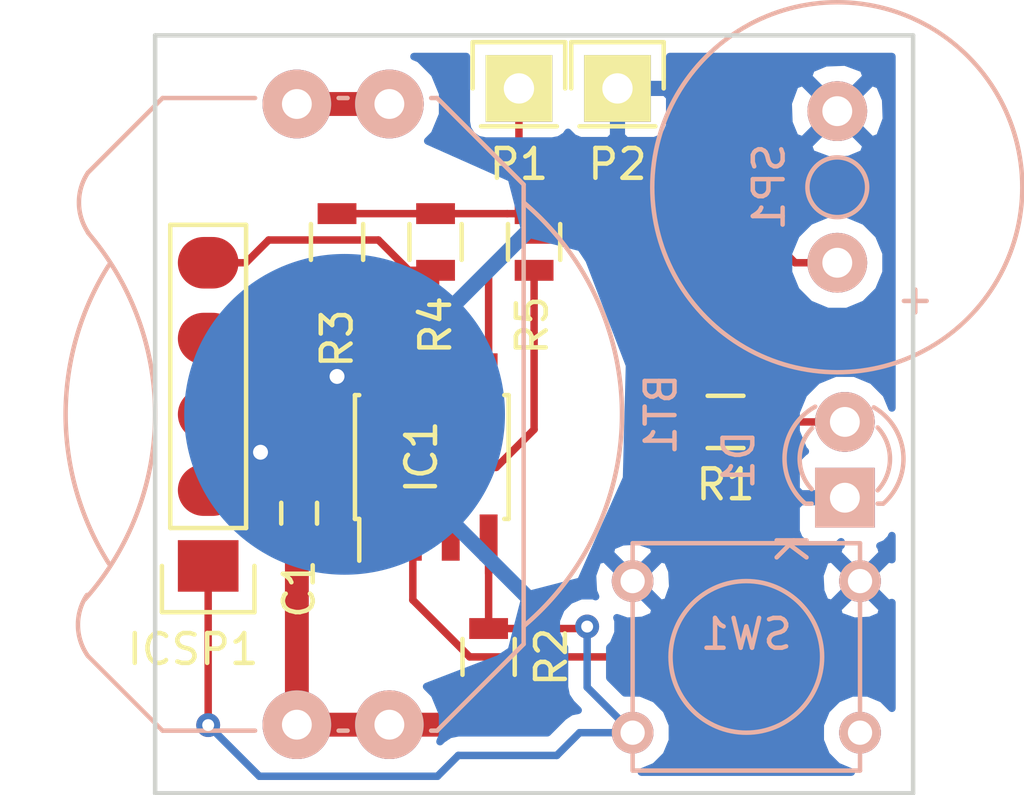
<source format=kicad_pcb>
(kicad_pcb (version 4) (host pcbnew "(2015-11-17 BZR 6321)-product")

  (general
    (links 30)
    (no_connects 3)
    (area 192.964999 91.364999 218.515001 116.915001)
    (thickness 1.6)
    (drawings 4)
    (tracks 72)
    (zones 0)
    (modules 14)
    (nets 11)
  )

  (page A4)
  (layers
    (0 F.Cu signal)
    (31 B.Cu signal)
    (32 B.Adhes user)
    (33 F.Adhes user)
    (34 B.Paste user)
    (35 F.Paste user)
    (36 B.SilkS user)
    (37 F.SilkS user)
    (38 B.Mask user)
    (39 F.Mask user)
    (40 Dwgs.User user)
    (41 Cmts.User user)
    (42 Eco1.User user)
    (43 Eco2.User user)
    (44 Edge.Cuts user)
    (45 Margin user)
    (46 B.CrtYd user)
    (47 F.CrtYd user)
    (48 B.Fab user)
    (49 F.Fab user hide)
  )

  (setup
    (last_trace_width 0.25)
    (trace_clearance 0.2)
    (zone_clearance 0.508)
    (zone_45_only no)
    (trace_min 0.2)
    (segment_width 0.2)
    (edge_width 0.15)
    (via_size 0.6)
    (via_drill 0.4)
    (via_min_size 0.508)
    (via_min_drill 0.3302)
    (uvia_size 0.3)
    (uvia_drill 0.1)
    (uvias_allowed no)
    (uvia_min_size 0.2)
    (uvia_min_drill 0.1)
    (pcb_text_width 0.3)
    (pcb_text_size 1.5 1.5)
    (mod_edge_width 0.15)
    (mod_text_size 1 1)
    (mod_text_width 0.15)
    (pad_size 10.75 10.75)
    (pad_drill 0)
    (pad_to_mask_clearance 0.2)
    (aux_axis_origin 0 0)
    (visible_elements FFFFFF7F)
    (pcbplotparams
      (layerselection 0x00030_80000001)
      (usegerberextensions false)
      (excludeedgelayer true)
      (linewidth 0.100000)
      (plotframeref false)
      (viasonmask false)
      (mode 1)
      (useauxorigin false)
      (hpglpennumber 1)
      (hpglpenspeed 20)
      (hpglpendiameter 15)
      (hpglpenoverlay 2)
      (psnegative false)
      (psa4output false)
      (plotreference true)
      (plotvalue true)
      (plotinvisibletext false)
      (padsonsilk false)
      (subtractmaskfromsilk false)
      (outputformat 1)
      (mirror false)
      (drillshape 1)
      (scaleselection 1)
      (outputdirectory ""))
  )

  (net 0 "")
  (net 1 "Net-(BT1-Pad1)")
  (net 2 "Net-(BT1-Pad2)")
  (net 3 "Net-(D1-Pad2)")
  (net 4 "Net-(IC1-Pad2)")
  (net 5 "Net-(IC1-Pad3)")
  (net 6 "Net-(IC1-Pad4)")
  (net 7 "Net-(IC1-Pad5)")
  (net 8 "Net-(IC1-Pad6)")
  (net 9 "Net-(IC1-Pad7)")
  (net 10 "Net-(P1-Pad1)")

  (net_class Default "This is the default net class."
    (clearance 0.2)
    (trace_width 0.25)
    (via_dia 0.6)
    (via_drill 0.4)
    (uvia_dia 0.3)
    (uvia_drill 0.1)
    (add_net "Net-(D1-Pad2)")
    (add_net "Net-(IC1-Pad2)")
    (add_net "Net-(IC1-Pad3)")
    (add_net "Net-(IC1-Pad4)")
    (add_net "Net-(IC1-Pad5)")
    (add_net "Net-(IC1-Pad6)")
    (add_net "Net-(IC1-Pad7)")
    (add_net "Net-(P1-Pad1)")
  )

  (net_class Power ""
    (clearance 0.2)
    (trace_width 0.8)
    (via_dia 1)
    (via_drill 0.5)
    (uvia_dia 0.3)
    (uvia_drill 0.1)
    (add_net "Net-(BT1-Pad1)")
    (add_net "Net-(BT1-Pad2)")
  )

  (module "Battery Holders:BAT-HLD-001-THM-OTL" (layer B.Cu) (tedit 5650267A) (tstamp 56501B65)
    (at 199.39 104.14 90)
    (path /564AC30C)
    (fp_text reference BT1 (at 0 10.6 90) (layer B.SilkS)
      (effects (font (size 1 1) (thickness 0.15)) (justify mirror))
    )
    (fp_text value CR2032 (at 0.2 -10.7 90) (layer B.Fab)
      (effects (font (size 1 1) (thickness 0.15)) (justify mirror))
    )
    (fp_arc (start 7.1 -7.1) (end 8.1 -8.6) (angle -69.22773423) (layer B.SilkS) (width 0.15))
    (fp_arc (start 0 0) (end -7.1 6) (angle -99.59967296) (layer B.SilkS) (width 0.15))
    (fp_line (start 10.6 3.1) (end 7.7 6) (layer B.SilkS) (width 0.15))
    (fp_line (start 10.6 2.9) (end 10.6 3.1) (layer B.SilkS) (width 0.15))
    (fp_line (start 10.6 -0.2) (end 10.6 0.1) (layer B.SilkS) (width 0.15))
    (fp_line (start 10.6 -6.1) (end 10.6 -3) (layer B.SilkS) (width 0.15))
    (fp_line (start -10.6 -3) (end -10.6 -6.1) (layer B.SilkS) (width 0.15))
    (fp_line (start -10.6 -0.2) (end -10.6 0.1) (layer B.SilkS) (width 0.15))
    (fp_line (start -10.6 3.1) (end -10.6 2.9) (layer B.SilkS) (width 0.15))
    (fp_line (start -7.7 6) (end -10.6 3.1) (layer B.SilkS) (width 0.15))
    (fp_line (start -7.7 6) (end 7.7 6) (layer B.SilkS) (width 0.15))
    (fp_arc (start 0 0) (end 5 -7.9) (angle -64.66036957) (layer B.SilkS) (width 0.15))
    (fp_arc (start 0 -15.7) (end -6.2 -8.7) (angle -82.13306338) (layer B.SilkS) (width 0.15))
    (fp_line (start 10.6 -6.1) (end 8.1 -8.6) (layer B.SilkS) (width 0.15))
    (fp_line (start -10.6 -6.1) (end -8.1 -8.6) (layer B.SilkS) (width 0.15))
    (fp_arc (start -7.052158 -7.133021) (end -6.052158 -8.633021) (angle -69.22773423) (layer B.SilkS) (width 0.15))
    (pad 2 smd circle (at 0 0 90) (size 10.75 10.75) (layers B.Cu B.Mask)
      (net 2 "Net-(BT1-Pad2)") (solder_mask_margin 4) (clearance 2.5) (zone_connect 1) (thermal_gap 4))
    (pad 1 thru_hole circle (at 10.4 1.5 90) (size 2.3 2.3) (drill 1) (layers *.Cu *.Mask B.SilkS)
      (net 1 "Net-(BT1-Pad1)"))
    (pad 1 thru_hole circle (at 10.4 -1.6 90) (size 2.3 2.3) (drill 1) (layers *.Cu *.Mask B.SilkS)
      (net 1 "Net-(BT1-Pad1)"))
    (pad 1 thru_hole circle (at -10.4 -1.6 90) (size 2.3 2.3) (drill 1) (layers *.Cu *.Mask B.SilkS)
      (net 1 "Net-(BT1-Pad1)"))
    (pad 1 thru_hole circle (at -10.4 1.5 90) (size 2.3 2.3) (drill 1) (layers *.Cu *.Mask B.SilkS)
      (net 1 "Net-(BT1-Pad1)"))
    (model /home/cyborgar/projects/continuity-tester/electronics/BatteryHolders.3dshapes/BAT-HLD-001-THM.wrl
      (at (xyz 0 0 0))
      (scale (xyz 0.3937 0.3937 0.3937))
      (rotate (xyz 0 0 0))
    )
  )

  (module Capacitors_SMD:C_0603 (layer F.Cu) (tedit 5415D631) (tstamp 56501B71)
    (at 197.866 107.454 90)
    (descr "Capacitor SMD 0603, reflow soldering, AVX (see smccp.pdf)")
    (tags "capacitor 0603")
    (path /564AB703)
    (attr smd)
    (fp_text reference C1 (at -2.528 0 90) (layer F.SilkS)
      (effects (font (size 1 1) (thickness 0.15)))
    )
    (fp_text value 100n (at 0 1.9 90) (layer F.Fab)
      (effects (font (size 1 1) (thickness 0.15)))
    )
    (fp_line (start -1.45 -0.75) (end 1.45 -0.75) (layer F.CrtYd) (width 0.05))
    (fp_line (start -1.45 0.75) (end 1.45 0.75) (layer F.CrtYd) (width 0.05))
    (fp_line (start -1.45 -0.75) (end -1.45 0.75) (layer F.CrtYd) (width 0.05))
    (fp_line (start 1.45 -0.75) (end 1.45 0.75) (layer F.CrtYd) (width 0.05))
    (fp_line (start -0.35 -0.6) (end 0.35 -0.6) (layer F.SilkS) (width 0.15))
    (fp_line (start 0.35 0.6) (end -0.35 0.6) (layer F.SilkS) (width 0.15))
    (pad 1 smd rect (at -0.75 0 90) (size 0.8 0.75) (layers F.Cu F.Paste F.Mask)
      (net 1 "Net-(BT1-Pad1)"))
    (pad 2 smd rect (at 0.75 0 90) (size 0.8 0.75) (layers F.Cu F.Paste F.Mask)
      (net 2 "Net-(BT1-Pad2)"))
    (model Capacitors_SMD.3dshapes/C_0603.wrl
      (at (xyz 0 0 0))
      (scale (xyz 1 1 1))
      (rotate (xyz 0 0 0))
    )
  )

  (module LEDs:LED-3MM (layer B.Cu) (tedit 559B82F6) (tstamp 56501B82)
    (at 216.154 106.934 90)
    (descr "LED 3mm round vertical")
    (tags "LED  3mm round vertical")
    (path /564AC7F4)
    (fp_text reference D1 (at 1.27 -3.556 90) (layer B.SilkS)
      (effects (font (size 1 1) (thickness 0.15)) (justify mirror))
    )
    (fp_text value LED (at 1.27 -2.286 90) (layer B.Fab)
      (effects (font (size 1 1) (thickness 0.15)) (justify mirror))
    )
    (fp_line (start -1.2 -2.3) (end 3.8 -2.3) (layer B.CrtYd) (width 0.05))
    (fp_line (start 3.8 -2.3) (end 3.8 2.2) (layer B.CrtYd) (width 0.05))
    (fp_line (start 3.8 2.2) (end -1.2 2.2) (layer B.CrtYd) (width 0.05))
    (fp_line (start -1.2 2.2) (end -1.2 -2.3) (layer B.CrtYd) (width 0.05))
    (fp_line (start -0.199 -1.314) (end -0.199 -1.114) (layer B.SilkS) (width 0.15))
    (fp_line (start -0.199 1.28) (end -0.199 1.1) (layer B.SilkS) (width 0.15))
    (fp_arc (start 1.301 -0.034) (end -0.199 1.286) (angle -108.5) (layer B.SilkS) (width 0.15))
    (fp_arc (start 1.301 -0.034) (end 0.25 1.1) (angle -85.7) (layer B.SilkS) (width 0.15))
    (fp_arc (start 1.311 -0.034) (end 3.051 -0.994) (angle -110) (layer B.SilkS) (width 0.15))
    (fp_arc (start 1.301 -0.034) (end 2.335 -1.094) (angle -87.5) (layer B.SilkS) (width 0.15))
    (fp_text user K (at -1.69 -1.74 90) (layer B.SilkS)
      (effects (font (size 1 1) (thickness 0.15)) (justify mirror))
    )
    (pad 1 thru_hole rect (at 0 0) (size 2 2) (drill 1.00076) (layers *.Cu *.Mask B.SilkS)
      (net 2 "Net-(BT1-Pad2)"))
    (pad 2 thru_hole circle (at 2.54 0 90) (size 2 2) (drill 1.00076) (layers *.Cu *.Mask B.SilkS)
      (net 3 "Net-(D1-Pad2)"))
    (model LEDs.3dshapes/LED-3MM.wrl
      (at (xyz 0.05 0 0))
      (scale (xyz 1 1 1))
      (rotate (xyz 0 0 90))
    )
  )

  (module Housings_SOIC:SOIC-8_3.9x4.9mm_Pitch1.27mm (layer F.Cu) (tedit 54130A77) (tstamp 56501B99)
    (at 202.311 105.57 90)
    (descr "8-Lead Plastic Small Outline (SN) - Narrow, 3.90 mm Body [SOIC] (see Microchip Packaging Specification 00000049BS.pdf)")
    (tags "SOIC 1.27")
    (path /564AB02C)
    (attr smd)
    (fp_text reference IC1 (at 0 -0.348 90) (layer F.SilkS)
      (effects (font (size 1 1) (thickness 0.15)))
    )
    (fp_text value PIC12LF1571-I/SN (at 0 3.5 90) (layer F.Fab)
      (effects (font (size 1 1) (thickness 0.15)))
    )
    (fp_line (start -3.75 -2.75) (end -3.75 2.75) (layer F.CrtYd) (width 0.05))
    (fp_line (start 3.75 -2.75) (end 3.75 2.75) (layer F.CrtYd) (width 0.05))
    (fp_line (start -3.75 -2.75) (end 3.75 -2.75) (layer F.CrtYd) (width 0.05))
    (fp_line (start -3.75 2.75) (end 3.75 2.75) (layer F.CrtYd) (width 0.05))
    (fp_line (start -2.075 -2.575) (end -2.075 -2.43) (layer F.SilkS) (width 0.15))
    (fp_line (start 2.075 -2.575) (end 2.075 -2.43) (layer F.SilkS) (width 0.15))
    (fp_line (start 2.075 2.575) (end 2.075 2.43) (layer F.SilkS) (width 0.15))
    (fp_line (start -2.075 2.575) (end -2.075 2.43) (layer F.SilkS) (width 0.15))
    (fp_line (start -2.075 -2.575) (end 2.075 -2.575) (layer F.SilkS) (width 0.15))
    (fp_line (start -2.075 2.575) (end 2.075 2.575) (layer F.SilkS) (width 0.15))
    (fp_line (start -2.075 -2.43) (end -3.475 -2.43) (layer F.SilkS) (width 0.15))
    (pad 1 smd rect (at -2.7 -1.905 90) (size 1.55 0.6) (layers F.Cu F.Paste F.Mask)
      (net 1 "Net-(BT1-Pad1)"))
    (pad 2 smd rect (at -2.7 -0.635 90) (size 1.55 0.6) (layers F.Cu F.Paste F.Mask)
      (net 4 "Net-(IC1-Pad2)"))
    (pad 3 smd rect (at -2.7 0.635 90) (size 1.55 0.6) (layers F.Cu F.Paste F.Mask)
      (net 5 "Net-(IC1-Pad3)"))
    (pad 4 smd rect (at -2.7 1.905 90) (size 1.55 0.6) (layers F.Cu F.Paste F.Mask)
      (net 6 "Net-(IC1-Pad4)"))
    (pad 5 smd rect (at 2.7 1.905 90) (size 1.55 0.6) (layers F.Cu F.Paste F.Mask)
      (net 7 "Net-(IC1-Pad5)"))
    (pad 6 smd rect (at 2.7 0.635 90) (size 1.55 0.6) (layers F.Cu F.Paste F.Mask)
      (net 8 "Net-(IC1-Pad6)"))
    (pad 7 smd rect (at 2.7 -0.635 90) (size 1.55 0.6) (layers F.Cu F.Paste F.Mask)
      (net 9 "Net-(IC1-Pad7)"))
    (pad 8 smd rect (at 2.7 -1.905 90) (size 1.55 0.6) (layers F.Cu F.Paste F.Mask)
      (net 2 "Net-(BT1-Pad2)"))
    (model Housings_SOIC.3dshapes/SOIC-8_3.9x4.9mm_Pitch1.27mm.wrl
      (at (xyz 0 0 0))
      (scale (xyz 1 1 1))
      (rotate (xyz 0 0 0))
    )
  )

  (module Pin_Headers:Pin_Header_Straight_1x05 (layer F.Cu) (tedit 56502647) (tstamp 56501BAD)
    (at 194.818 109.22 180)
    (descr "Through hole pin header")
    (tags "pin header")
    (path /564AB227)
    (fp_text reference ICSP1 (at 0.508 -2.794 180) (layer F.SilkS)
      (effects (font (size 1 1) (thickness 0.15)))
    )
    (fp_text value CONN_01X05 (at 0 -3.1 180) (layer F.Fab)
      (effects (font (size 1 1) (thickness 0.15)))
    )
    (fp_line (start -1.55 0) (end -1.55 -1.55) (layer F.SilkS) (width 0.15))
    (fp_line (start -1.55 -1.55) (end 1.55 -1.55) (layer F.SilkS) (width 0.15))
    (fp_line (start 1.55 -1.55) (end 1.55 0) (layer F.SilkS) (width 0.15))
    (fp_line (start -1.75 -1.75) (end -1.75 11.95) (layer F.CrtYd) (width 0.05))
    (fp_line (start 1.75 -1.75) (end 1.75 11.95) (layer F.CrtYd) (width 0.05))
    (fp_line (start -1.75 -1.75) (end 1.75 -1.75) (layer F.CrtYd) (width 0.05))
    (fp_line (start -1.75 11.95) (end 1.75 11.95) (layer F.CrtYd) (width 0.05))
    (fp_line (start 1.27 1.27) (end 1.27 11.43) (layer F.SilkS) (width 0.15))
    (fp_line (start 1.27 11.43) (end -1.27 11.43) (layer F.SilkS) (width 0.15))
    (fp_line (start -1.27 11.43) (end -1.27 1.27) (layer F.SilkS) (width 0.15))
    (fp_line (start 1.27 1.27) (end -1.27 1.27) (layer F.SilkS) (width 0.15))
    (pad 1 smd rect (at 0 0 180) (size 2.032 1.7272) (layers F.Cu F.Paste F.Mask)
      (net 6 "Net-(IC1-Pad4)"))
    (pad 2 smd oval (at 0 2.54 180) (size 2.032 1.7272) (layers F.Cu F.Paste F.Mask)
      (net 1 "Net-(BT1-Pad1)"))
    (pad 3 smd oval (at 0 5.08 180) (size 2.032 1.7272) (layers F.Cu F.Paste F.Mask)
      (net 2 "Net-(BT1-Pad2)"))
    (pad 4 smd oval (at 0 7.62 180) (size 2.032 1.7272) (layers F.Cu F.Paste F.Mask)
      (net 9 "Net-(IC1-Pad7)"))
    (pad 5 smd oval (at 0 10.16 180) (size 2.032 1.7272) (layers F.Cu F.Paste F.Mask)
      (net 8 "Net-(IC1-Pad6)"))
  )

  (module Pin_Headers:Pin_Header_Straight_1x01 (layer F.Cu) (tedit 54EA08DC) (tstamp 56501BBA)
    (at 205.232 93.218)
    (descr "Through hole pin header")
    (tags "pin header")
    (path /564AB8CB)
    (fp_text reference P1 (at 0 2.54) (layer F.SilkS)
      (effects (font (size 1 1) (thickness 0.15)))
    )
    (fp_text value CONN_01X01 (at 0 -3.1) (layer F.Fab)
      (effects (font (size 1 1) (thickness 0.15)))
    )
    (fp_line (start 1.55 -1.55) (end 1.55 0) (layer F.SilkS) (width 0.15))
    (fp_line (start -1.75 -1.75) (end -1.75 1.75) (layer F.CrtYd) (width 0.05))
    (fp_line (start 1.75 -1.75) (end 1.75 1.75) (layer F.CrtYd) (width 0.05))
    (fp_line (start -1.75 -1.75) (end 1.75 -1.75) (layer F.CrtYd) (width 0.05))
    (fp_line (start -1.75 1.75) (end 1.75 1.75) (layer F.CrtYd) (width 0.05))
    (fp_line (start -1.55 0) (end -1.55 -1.55) (layer F.SilkS) (width 0.15))
    (fp_line (start -1.55 -1.55) (end 1.55 -1.55) (layer F.SilkS) (width 0.15))
    (fp_line (start -1.27 1.27) (end 1.27 1.27) (layer F.SilkS) (width 0.15))
    (pad 1 thru_hole rect (at 0 0) (size 2.2352 2.2352) (drill 1.016) (layers *.Cu *.Mask F.SilkS)
      (net 10 "Net-(P1-Pad1)"))
  )

  (module Pin_Headers:Pin_Header_Straight_1x01 (layer F.Cu) (tedit 54EA08DC) (tstamp 56501BC7)
    (at 208.534 93.218)
    (descr "Through hole pin header")
    (tags "pin header")
    (path /564ABA35)
    (fp_text reference P2 (at 0 2.54) (layer F.SilkS)
      (effects (font (size 1 1) (thickness 0.15)))
    )
    (fp_text value CONN_01X01 (at 0 -3.1) (layer F.Fab)
      (effects (font (size 1 1) (thickness 0.15)))
    )
    (fp_line (start 1.55 -1.55) (end 1.55 0) (layer F.SilkS) (width 0.15))
    (fp_line (start -1.75 -1.75) (end -1.75 1.75) (layer F.CrtYd) (width 0.05))
    (fp_line (start 1.75 -1.75) (end 1.75 1.75) (layer F.CrtYd) (width 0.05))
    (fp_line (start -1.75 -1.75) (end 1.75 -1.75) (layer F.CrtYd) (width 0.05))
    (fp_line (start -1.75 1.75) (end 1.75 1.75) (layer F.CrtYd) (width 0.05))
    (fp_line (start -1.55 0) (end -1.55 -1.55) (layer F.SilkS) (width 0.15))
    (fp_line (start -1.55 -1.55) (end 1.55 -1.55) (layer F.SilkS) (width 0.15))
    (fp_line (start -1.27 1.27) (end 1.27 1.27) (layer F.SilkS) (width 0.15))
    (pad 1 thru_hole rect (at 0 0) (size 2.2352 2.2352) (drill 1.016) (layers *.Cu *.Mask F.SilkS)
      (net 2 "Net-(BT1-Pad2)"))
  )

  (module Resistors_SMD:R_0805 (layer F.Cu) (tedit 5415CDEB) (tstamp 56501BD3)
    (at 212.156 104.394 180)
    (descr "Resistor SMD 0805, reflow soldering, Vishay (see dcrcw.pdf)")
    (tags "resistor 0805")
    (path /564AC640)
    (attr smd)
    (fp_text reference R1 (at 0 -2.1 180) (layer F.SilkS)
      (effects (font (size 1 1) (thickness 0.15)))
    )
    (fp_text value 4K7 (at 0 2.1 180) (layer F.Fab)
      (effects (font (size 1 1) (thickness 0.15)))
    )
    (fp_line (start -1.6 -1) (end 1.6 -1) (layer F.CrtYd) (width 0.05))
    (fp_line (start -1.6 1) (end 1.6 1) (layer F.CrtYd) (width 0.05))
    (fp_line (start -1.6 -1) (end -1.6 1) (layer F.CrtYd) (width 0.05))
    (fp_line (start 1.6 -1) (end 1.6 1) (layer F.CrtYd) (width 0.05))
    (fp_line (start 0.6 0.875) (end -0.6 0.875) (layer F.SilkS) (width 0.15))
    (fp_line (start -0.6 -0.875) (end 0.6 -0.875) (layer F.SilkS) (width 0.15))
    (pad 1 smd rect (at -0.95 0 180) (size 0.7 1.3) (layers F.Cu F.Paste F.Mask)
      (net 3 "Net-(D1-Pad2)"))
    (pad 2 smd rect (at 0.95 0 180) (size 0.7 1.3) (layers F.Cu F.Paste F.Mask)
      (net 4 "Net-(IC1-Pad2)"))
    (model Resistors_SMD.3dshapes/R_0805.wrl
      (at (xyz 0 0 0))
      (scale (xyz 1 1 1))
      (rotate (xyz 0 0 0))
    )
  )

  (module Resistors_SMD:R_0805 (layer F.Cu) (tedit 5415CDEB) (tstamp 56501BDF)
    (at 204.216 112.268 270)
    (descr "Resistor SMD 0805, reflow soldering, Vishay (see dcrcw.pdf)")
    (tags "resistor 0805")
    (path /564AD8EC)
    (attr smd)
    (fp_text reference R2 (at 0 -2.1 270) (layer F.SilkS)
      (effects (font (size 1 1) (thickness 0.15)))
    )
    (fp_text value 22k (at 0 2.1 270) (layer F.Fab)
      (effects (font (size 1 1) (thickness 0.15)))
    )
    (fp_line (start -1.6 -1) (end 1.6 -1) (layer F.CrtYd) (width 0.05))
    (fp_line (start -1.6 1) (end 1.6 1) (layer F.CrtYd) (width 0.05))
    (fp_line (start -1.6 -1) (end -1.6 1) (layer F.CrtYd) (width 0.05))
    (fp_line (start 1.6 -1) (end 1.6 1) (layer F.CrtYd) (width 0.05))
    (fp_line (start 0.6 0.875) (end -0.6 0.875) (layer F.SilkS) (width 0.15))
    (fp_line (start -0.6 -0.875) (end 0.6 -0.875) (layer F.SilkS) (width 0.15))
    (pad 1 smd rect (at -0.95 0 270) (size 0.7 1.3) (layers F.Cu F.Paste F.Mask)
      (net 6 "Net-(IC1-Pad4)"))
    (pad 2 smd rect (at 0.95 0 270) (size 0.7 1.3) (layers F.Cu F.Paste F.Mask)
      (net 1 "Net-(BT1-Pad1)"))
    (model Resistors_SMD.3dshapes/R_0805.wrl
      (at (xyz 0 0 0))
      (scale (xyz 1 1 1))
      (rotate (xyz 0 0 0))
    )
  )

  (module Resistors_SMD:R_0805 (layer F.Cu) (tedit 5415CDEB) (tstamp 56501BEB)
    (at 199.136 98.364 270)
    (descr "Resistor SMD 0805, reflow soldering, Vishay (see dcrcw.pdf)")
    (tags "resistor 0805")
    (path /564AB147)
    (attr smd)
    (fp_text reference R3 (at 3.236 0 270) (layer F.SilkS)
      (effects (font (size 1 1) (thickness 0.15)))
    )
    (fp_text value 22k (at 0 2.1 270) (layer F.Fab)
      (effects (font (size 1 1) (thickness 0.15)))
    )
    (fp_line (start -1.6 -1) (end 1.6 -1) (layer F.CrtYd) (width 0.05))
    (fp_line (start -1.6 1) (end 1.6 1) (layer F.CrtYd) (width 0.05))
    (fp_line (start -1.6 -1) (end -1.6 1) (layer F.CrtYd) (width 0.05))
    (fp_line (start 1.6 -1) (end 1.6 1) (layer F.CrtYd) (width 0.05))
    (fp_line (start 0.6 0.875) (end -0.6 0.875) (layer F.SilkS) (width 0.15))
    (fp_line (start -0.6 -0.875) (end 0.6 -0.875) (layer F.SilkS) (width 0.15))
    (pad 1 smd rect (at -0.95 0 270) (size 0.7 1.3) (layers F.Cu F.Paste F.Mask)
      (net 10 "Net-(P1-Pad1)"))
    (pad 2 smd rect (at 0.95 0 270) (size 0.7 1.3) (layers F.Cu F.Paste F.Mask)
      (net 9 "Net-(IC1-Pad7)"))
    (model Resistors_SMD.3dshapes/R_0805.wrl
      (at (xyz 0 0 0))
      (scale (xyz 1 1 1))
      (rotate (xyz 0 0 0))
    )
  )

  (module Resistors_SMD:R_0805 (layer F.Cu) (tedit 5415CDEB) (tstamp 56501BF7)
    (at 202.438 98.364 270)
    (descr "Resistor SMD 0805, reflow soldering, Vishay (see dcrcw.pdf)")
    (tags "resistor 0805")
    (path /564AB186)
    (attr smd)
    (fp_text reference R4 (at 2.794 0 270) (layer F.SilkS)
      (effects (font (size 1 1) (thickness 0.15)))
    )
    (fp_text value 22k (at 0 2.1 270) (layer F.Fab)
      (effects (font (size 1 1) (thickness 0.15)))
    )
    (fp_line (start -1.6 -1) (end 1.6 -1) (layer F.CrtYd) (width 0.05))
    (fp_line (start -1.6 1) (end 1.6 1) (layer F.CrtYd) (width 0.05))
    (fp_line (start -1.6 -1) (end -1.6 1) (layer F.CrtYd) (width 0.05))
    (fp_line (start 1.6 -1) (end 1.6 1) (layer F.CrtYd) (width 0.05))
    (fp_line (start 0.6 0.875) (end -0.6 0.875) (layer F.SilkS) (width 0.15))
    (fp_line (start -0.6 -0.875) (end 0.6 -0.875) (layer F.SilkS) (width 0.15))
    (pad 1 smd rect (at -0.95 0 270) (size 0.7 1.3) (layers F.Cu F.Paste F.Mask)
      (net 10 "Net-(P1-Pad1)"))
    (pad 2 smd rect (at 0.95 0 270) (size 0.7 1.3) (layers F.Cu F.Paste F.Mask)
      (net 8 "Net-(IC1-Pad6)"))
    (model Resistors_SMD.3dshapes/R_0805.wrl
      (at (xyz 0 0 0))
      (scale (xyz 1 1 1))
      (rotate (xyz 0 0 0))
    )
  )

  (module Resistors_SMD:R_0805 (layer F.Cu) (tedit 5415CDEB) (tstamp 56501C03)
    (at 205.74 98.364 270)
    (descr "Resistor SMD 0805, reflow soldering, Vishay (see dcrcw.pdf)")
    (tags "resistor 0805")
    (path /564AB0FA)
    (attr smd)
    (fp_text reference R5 (at 2.794 0.066 270) (layer F.SilkS)
      (effects (font (size 1 1) (thickness 0.15)))
    )
    (fp_text value 4k7 (at 0 2.1 270) (layer F.Fab)
      (effects (font (size 1 1) (thickness 0.15)))
    )
    (fp_line (start -1.6 -1) (end 1.6 -1) (layer F.CrtYd) (width 0.05))
    (fp_line (start -1.6 1) (end 1.6 1) (layer F.CrtYd) (width 0.05))
    (fp_line (start -1.6 -1) (end -1.6 1) (layer F.CrtYd) (width 0.05))
    (fp_line (start 1.6 -1) (end 1.6 1) (layer F.CrtYd) (width 0.05))
    (fp_line (start 0.6 0.875) (end -0.6 0.875) (layer F.SilkS) (width 0.15))
    (fp_line (start -0.6 -0.875) (end 0.6 -0.875) (layer F.SilkS) (width 0.15))
    (pad 1 smd rect (at -0.95 0 270) (size 0.7 1.3) (layers F.Cu F.Paste F.Mask)
      (net 10 "Net-(P1-Pad1)"))
    (pad 2 smd rect (at 0.95 0 270) (size 0.7 1.3) (layers F.Cu F.Paste F.Mask)
      (net 5 "Net-(IC1-Pad3)"))
    (model Resistors_SMD.3dshapes/R_0805.wrl
      (at (xyz 0 0 0))
      (scale (xyz 1 1 1))
      (rotate (xyz 0 0 0))
    )
  )

  (module Buttons_Switches_ThroughHole:SW_PUSH_SMALL (layer B.Cu) (tedit 0) (tstamp 56501C21)
    (at 212.852 112.268 180)
    (path /564ACD7C)
    (fp_text reference SW1 (at 0 0.762 180) (layer B.SilkS)
      (effects (font (size 1 1) (thickness 0.15)) (justify mirror))
    )
    (fp_text value SW_PUSH (at 0 -1.016 180) (layer B.Fab)
      (effects (font (size 1 1) (thickness 0.15)) (justify mirror))
    )
    (fp_circle (center 0 0) (end 0 2.54) (layer B.SilkS) (width 0.15))
    (fp_line (start -3.81 3.81) (end 3.81 3.81) (layer B.SilkS) (width 0.15))
    (fp_line (start 3.81 3.81) (end 3.81 -3.81) (layer B.SilkS) (width 0.15))
    (fp_line (start 3.81 -3.81) (end -3.81 -3.81) (layer B.SilkS) (width 0.15))
    (fp_line (start -3.81 3.81) (end -3.81 -3.81) (layer B.SilkS) (width 0.15))
    (pad 1 thru_hole circle (at 3.81 2.54 180) (size 1.397 1.397) (drill 0.8128) (layers *.Cu *.Mask B.SilkS)
      (net 2 "Net-(BT1-Pad2)"))
    (pad 2 thru_hole circle (at 3.81 -2.54 180) (size 1.397 1.397) (drill 0.8128) (layers *.Cu *.Mask B.SilkS)
      (net 6 "Net-(IC1-Pad4)"))
    (pad 1 thru_hole circle (at -3.81 2.54 180) (size 1.397 1.397) (drill 0.8128) (layers *.Cu *.Mask B.SilkS)
      (net 2 "Net-(BT1-Pad2)"))
    (pad 2 thru_hole circle (at -3.81 -2.54 180) (size 1.397 1.397) (drill 0.8128) (layers *.Cu *.Mask B.SilkS)
      (net 6 "Net-(IC1-Pad4)"))
    (model Buttons_Switches_ThroughHole.3dshapes/SW_PUSH.wrl
      (at (xyz 0 0 0))
      (scale (xyz 0.6 0.6 0.6))
      (rotate (xyz 0 0 0))
    )
  )

  (module Buzzers_Beepers:Buzzer_12x9.5RM7.6 (layer B.Cu) (tedit 56501F0A) (tstamp 56501C14)
    (at 215.9 96.53016 90)
    (descr "Generic Buzzer, D12mm height 9.5mm with RM7.6mm")
    (tags buzzer)
    (path /564ACB15)
    (fp_text reference SP1 (at 0.01016 -2.286 90) (layer B.SilkS)
      (effects (font (size 1 1) (thickness 0.15)) (justify mirror))
    )
    (fp_text value SPEAKER (at -0.01016 -4.318 90) (layer B.Fab)
      (effects (font (size 1 1) (thickness 0.15)) (justify mirror))
    )
    (fp_circle (center 0 0) (end 1.00076 0) (layer B.SilkS) (width 0.15))
    (fp_text user + (at -3.81 2.54 90) (layer B.SilkS)
      (effects (font (size 1 1) (thickness 0.15)) (justify mirror))
    )
    (fp_circle (center 0 0) (end 6.20014 0) (layer B.SilkS) (width 0.15))
    (pad 1 thru_hole circle (at -2.52984 0 90) (size 2 2) (drill 1.00076) (layers *.Cu *.Mask B.SilkS)
      (net 7 "Net-(IC1-Pad5)"))
    (pad 2 thru_hole circle (at 2.55016 0 90) (size 2 2) (drill 1.00076) (layers *.Cu *.Mask B.SilkS)
      (net 2 "Net-(BT1-Pad2)"))
    (model Buzzers_Beepers.3dshapes/Buzzer_12x9.5RM7.6.wrl
      (at (xyz 0 0 0))
      (scale (xyz 4 4 2))
      (rotate (xyz 0 0 0))
    )
  )

  (gr_line (start 193.04 116.84) (end 193.04 91.44) (layer Edge.Cuts) (width 0.15))
  (gr_line (start 218.44 116.84) (end 193.04 116.84) (layer Edge.Cuts) (width 0.15))
  (gr_line (start 218.44 91.44) (end 218.44 116.84) (layer Edge.Cuts) (width 0.15))
  (gr_line (start 193.04 91.44) (end 218.44 91.44) (layer Edge.Cuts) (width 0.15))

  (segment (start 197.79 93.74) (end 200.89 93.74) (width 0.8) (layer F.Cu) (net 1))
  (segment (start 200.89 114.54) (end 202.894 114.54) (width 0.8) (layer F.Cu) (net 1))
  (segment (start 202.894 114.54) (end 204.216 113.218) (width 0.8) (layer F.Cu) (net 1))
  (segment (start 194.818 106.68) (end 195.167 106.68) (width 0.8) (layer F.Cu) (net 1))
  (segment (start 195.167 106.68) (end 196.691 108.204) (width 0.8) (layer F.Cu) (net 1))
  (segment (start 196.691 108.204) (end 197.866 108.204) (width 0.8) (layer F.Cu) (net 1))
  (segment (start 197.866 108.204) (end 200.34 108.204) (width 0.8) (layer F.Cu) (net 1))
  (segment (start 200.34 108.204) (end 200.406 108.27) (width 0.8) (layer F.Cu) (net 1))
  (segment (start 197.79 114.54) (end 197.79 108.28) (width 0.8) (layer F.Cu) (net 1))
  (segment (start 197.79 108.28) (end 197.866 108.204) (width 0.8) (layer F.Cu) (net 1))
  (segment (start 200.89 114.54) (end 197.79 114.54) (width 0.8) (layer F.Cu) (net 1))
  (segment (start 200.406 102.87) (end 199.136 102.87) (width 0.8) (layer F.Cu) (net 2))
  (via (at 199.136 102.87) (size 1) (drill 0.5) (layers F.Cu B.Cu) (net 2))
  (segment (start 196.572 105.41) (end 197.866 106.704) (width 0.8) (layer F.Cu) (net 2))
  (segment (start 195.302 104.14) (end 196.572 105.41) (width 0.8) (layer F.Cu) (net 2))
  (via (at 196.572 105.41) (size 1) (drill 0.5) (layers F.Cu B.Cu) (net 2))
  (segment (start 194.818 104.14) (end 195.302 104.14) (width 0.8) (layer F.Cu) (net 2))
  (segment (start 213.106 104.394) (end 213.706 104.394) (width 0.25) (layer F.Cu) (net 3))
  (segment (start 213.706 104.394) (end 216.154 104.394) (width 0.25) (layer F.Cu) (net 3))
  (segment (start 210.312 112.268) (end 211.206 111.374) (width 0.25) (layer F.Cu) (net 4))
  (segment (start 211.206 111.374) (end 211.206 104.394) (width 0.25) (layer F.Cu) (net 4))
  (segment (start 203.580998 112.268) (end 210.312 112.268) (width 0.25) (layer F.Cu) (net 4))
  (segment (start 201.676 108.27) (end 201.676 110.363002) (width 0.25) (layer F.Cu) (net 4))
  (segment (start 201.676 110.363002) (end 203.580998 112.268) (width 0.25) (layer F.Cu) (net 4))
  (segment (start 203.708 105.918) (end 202.946 106.68) (width 0.25) (layer F.Cu) (net 5))
  (segment (start 202.946 106.68) (end 202.946 108.27) (width 0.25) (layer F.Cu) (net 5))
  (segment (start 204.47 105.918) (end 203.708 105.918) (width 0.25) (layer F.Cu) (net 5))
  (segment (start 205.74 104.648) (end 204.47 105.918) (width 0.25) (layer F.Cu) (net 5))
  (segment (start 205.74 99.314) (end 205.74 104.648) (width 0.25) (layer F.Cu) (net 5))
  (segment (start 207.518 111.252) (end 207.518 113.284) (width 0.25) (layer B.Cu) (net 6))
  (segment (start 207.518 113.284) (end 209.042 114.808) (width 0.25) (layer B.Cu) (net 6))
  (segment (start 207.264 114.808) (end 206.502 115.57) (width 0.25) (layer B.Cu) (net 6))
  (segment (start 209.042 114.808) (end 207.264 114.808) (width 0.25) (layer B.Cu) (net 6))
  (segment (start 206.502 115.57) (end 203.2 115.57) (width 0.25) (layer B.Cu) (net 6))
  (segment (start 203.2 115.57) (end 202.501501 116.268499) (width 0.25) (layer B.Cu) (net 6))
  (segment (start 202.501501 116.268499) (end 196.532499 116.268499) (width 0.25) (layer B.Cu) (net 6))
  (segment (start 196.532499 116.268499) (end 194.818 114.554) (width 0.25) (layer B.Cu) (net 6))
  (segment (start 207.452 111.318) (end 207.518 111.252) (width 0.25) (layer F.Cu) (net 6))
  (segment (start 204.216 111.318) (end 207.452 111.318) (width 0.25) (layer F.Cu) (net 6))
  (via (at 207.518 111.252) (size 0.8) (drill 0.4) (layers F.Cu B.Cu) (net 6))
  (segment (start 194.818 114.554) (end 194.818 109.22) (width 0.25) (layer F.Cu) (net 6))
  (via (at 194.818 114.554) (size 0.8) (drill 0.4) (layers F.Cu B.Cu) (net 6))
  (segment (start 204.216 111.318) (end 204.216 108.27) (width 0.25) (layer F.Cu) (net 6))
  (segment (start 204.216 108.27) (end 204.216 109.474) (width 0.25) (layer F.Cu) (net 6))
  (segment (start 204.216 102.87) (end 204.216 99.252998) (width 0.25) (layer F.Cu) (net 7))
  (segment (start 204.216 99.252998) (end 205.170998 98.298) (width 0.25) (layer F.Cu) (net 7))
  (segment (start 213.723787 98.298) (end 214.485787 99.06) (width 0.25) (layer F.Cu) (net 7))
  (segment (start 205.170998 98.298) (end 213.723787 98.298) (width 0.25) (layer F.Cu) (net 7))
  (segment (start 214.485787 99.06) (end 215.9 99.06) (width 0.25) (layer F.Cu) (net 7))
  (segment (start 202.438 100.838) (end 202.946 101.346) (width 0.25) (layer F.Cu) (net 8))
  (segment (start 202.946 101.346) (end 202.946 102.87) (width 0.25) (layer F.Cu) (net 8))
  (segment (start 202.438 99.314) (end 202.438 100.838) (width 0.25) (layer F.Cu) (net 8))
  (segment (start 196.846 98.298) (end 200.522 98.298) (width 0.25) (layer F.Cu) (net 8))
  (segment (start 200.522 98.298) (end 201.538 99.314) (width 0.25) (layer F.Cu) (net 8))
  (segment (start 201.538 99.314) (end 202.438 99.314) (width 0.25) (layer F.Cu) (net 8))
  (segment (start 194.818 99.06) (end 196.084 99.06) (width 0.25) (layer F.Cu) (net 8))
  (segment (start 196.084 99.06) (end 196.846 98.298) (width 0.25) (layer F.Cu) (net 8))
  (segment (start 201.676 102.87) (end 201.676 101.346) (width 0.25) (layer F.Cu) (net 9))
  (segment (start 199.898 100.838) (end 199.136 100.076) (width 0.25) (layer F.Cu) (net 9))
  (segment (start 201.676 101.346) (end 201.168 100.838) (width 0.25) (layer F.Cu) (net 9))
  (segment (start 201.168 100.838) (end 199.898 100.838) (width 0.25) (layer F.Cu) (net 9))
  (segment (start 199.136 100.076) (end 199.136 99.314) (width 0.25) (layer F.Cu) (net 9))
  (segment (start 194.818 101.6) (end 196.084 101.6) (width 0.25) (layer F.Cu) (net 9))
  (segment (start 196.084 101.6) (end 199.386 104.902) (width 0.25) (layer F.Cu) (net 9))
  (segment (start 199.386 104.902) (end 201.168 104.902) (width 0.25) (layer F.Cu) (net 9))
  (segment (start 201.168 104.902) (end 201.676 104.394) (width 0.25) (layer F.Cu) (net 9))
  (segment (start 201.676 104.394) (end 201.676 102.87) (width 0.25) (layer F.Cu) (net 9))
  (segment (start 205.74 95.758) (end 205.232 95.25) (width 0.25) (layer F.Cu) (net 10))
  (segment (start 205.232 95.25) (end 205.232 93.218) (width 0.25) (layer F.Cu) (net 10))
  (segment (start 205.74 97.414) (end 205.74 95.758) (width 0.25) (layer F.Cu) (net 10))
  (segment (start 205.74 97.414) (end 204.84 97.414) (width 0.25) (layer F.Cu) (net 10))
  (segment (start 204.84 97.414) (end 199.136 97.414) (width 0.25) (layer F.Cu) (net 10))

  (zone (net 2) (net_name "Net-(BT1-Pad2)") (layer B.Cu) (tstamp 0) (hatch edge 0.508)
    (connect_pads (clearance 0.508))
    (min_thickness 0.254)
    (fill yes (arc_segments 16) (thermal_gap 0.508) (thermal_bridge_width 0.508) (smoothing chamfer) (radius 0.3))
    (polygon
      (pts
        (xy 193.04 91.44) (xy 218.44 91.44) (xy 218.44 116.84) (xy 193.04 116.84)
      )
    )
    (filled_polygon
      (pts
        (xy 203.46696 94.3356) (xy 203.511238 94.570917) (xy 203.65031 94.787041) (xy 203.86251 94.932031) (xy 204.1144 94.98304)
        (xy 206.3496 94.98304) (xy 206.584917 94.938762) (xy 206.801041 94.79969) (xy 206.87592 94.690101) (xy 206.878073 94.695299)
        (xy 207.056702 94.873927) (xy 207.290091 94.9706) (xy 208.24825 94.9706) (xy 208.407 94.81185) (xy 208.407 93.345)
        (xy 208.661 93.345) (xy 208.661 94.81185) (xy 208.81975 94.9706) (xy 209.777909 94.9706) (xy 210.011298 94.873927)
        (xy 210.189927 94.695299) (xy 210.2866 94.46191) (xy 210.2866 93.715461) (xy 214.254092 93.715461) (xy 214.278144 94.36546)
        (xy 214.480613 94.854264) (xy 214.747468 94.952927) (xy 215.720395 93.98) (xy 216.079605 93.98) (xy 217.052532 94.952927)
        (xy 217.319387 94.854264) (xy 217.545908 94.244539) (xy 217.521856 93.59454) (xy 217.319387 93.105736) (xy 217.052532 93.007073)
        (xy 216.079605 93.98) (xy 215.720395 93.98) (xy 214.747468 93.007073) (xy 214.480613 93.105736) (xy 214.254092 93.715461)
        (xy 210.2866 93.715461) (xy 210.2866 93.50375) (xy 210.12785 93.345) (xy 208.661 93.345) (xy 208.407 93.345)
        (xy 208.387 93.345) (xy 208.387 93.091) (xy 208.407 93.091) (xy 208.407 93.071) (xy 208.661 93.071)
        (xy 208.661 93.091) (xy 210.12785 93.091) (xy 210.2866 92.93225) (xy 210.2866 92.827468) (xy 214.927073 92.827468)
        (xy 215.9 93.800395) (xy 216.872927 92.827468) (xy 216.774264 92.560613) (xy 216.164539 92.334092) (xy 215.51454 92.358144)
        (xy 215.025736 92.560613) (xy 214.927073 92.827468) (xy 210.2866 92.827468) (xy 210.2866 92.15) (xy 217.73 92.15)
        (xy 217.73 103.926727) (xy 217.540894 103.469057) (xy 217.081363 103.008722) (xy 216.480648 102.759284) (xy 215.830205 102.758716)
        (xy 215.229057 103.007106) (xy 214.768722 103.466637) (xy 214.519284 104.067352) (xy 214.518716 104.717795) (xy 214.767106 105.318943)
        (xy 214.829251 105.381197) (xy 214.794302 105.395673) (xy 214.615673 105.574301) (xy 214.519 105.80769) (xy 214.519 106.64825)
        (xy 214.67775 106.807) (xy 216.027 106.807) (xy 216.027 106.787) (xy 216.281 106.787) (xy 216.281 106.807)
        (xy 216.301 106.807) (xy 216.301 107.061) (xy 216.281 107.061) (xy 216.281 107.081) (xy 216.027 107.081)
        (xy 216.027 107.061) (xy 214.67775 107.061) (xy 214.519 107.21975) (xy 214.519 108.06031) (xy 214.615673 108.293699)
        (xy 214.794302 108.472327) (xy 215.027691 108.569) (xy 215.86825 108.569) (xy 216.026998 108.410252) (xy 216.026998 108.534206)
        (xy 215.969071 108.5582) (xy 215.907417 108.793812) (xy 216.662 109.548395) (xy 217.416583 108.793812) (xy 217.354929 108.5582)
        (xy 217.328684 108.548963) (xy 217.513698 108.472327) (xy 217.692327 108.293699) (xy 217.73 108.202748) (xy 217.73 109.008432)
        (xy 217.596188 108.973417) (xy 216.841605 109.728) (xy 217.596188 110.482583) (xy 217.73 110.447568) (xy 217.73 113.990364)
        (xy 217.418353 113.678173) (xy 216.928413 113.474732) (xy 216.397914 113.474269) (xy 215.90762 113.676854) (xy 215.532173 114.051647)
        (xy 215.328732 114.541587) (xy 215.328269 115.072086) (xy 215.530854 115.56238) (xy 215.905647 115.937827) (xy 216.368451 116.13)
        (xy 209.334477 116.13) (xy 209.79638 115.939146) (xy 210.171827 115.564353) (xy 210.375268 115.074413) (xy 210.375731 114.543914)
        (xy 210.173146 114.05362) (xy 209.798353 113.678173) (xy 209.308413 113.474732) (xy 208.783076 113.474274) (xy 208.278 112.969198)
        (xy 208.278 111.955761) (xy 208.394919 111.839046) (xy 208.55282 111.458777) (xy 208.553179 111.047029) (xy 208.515761 110.956469)
        (xy 208.84948 111.073927) (xy 209.379199 111.045148) (xy 209.734929 110.8978) (xy 209.796583 110.662188) (xy 215.907417 110.662188)
        (xy 215.969071 110.8978) (xy 216.46948 111.073927) (xy 216.999199 111.045148) (xy 217.354929 110.8978) (xy 217.416583 110.662188)
        (xy 216.662 109.907605) (xy 215.907417 110.662188) (xy 209.796583 110.662188) (xy 209.042 109.907605) (xy 209.027858 109.921748)
        (xy 208.848253 109.742143) (xy 208.862395 109.728) (xy 209.221605 109.728) (xy 209.976188 110.482583) (xy 210.2118 110.420929)
        (xy 210.387927 109.92052) (xy 210.367009 109.53548) (xy 215.316073 109.53548) (xy 215.344852 110.065199) (xy 215.4922 110.420929)
        (xy 215.727812 110.482583) (xy 216.482395 109.728) (xy 215.727812 108.973417) (xy 215.4922 109.035071) (xy 215.316073 109.53548)
        (xy 210.367009 109.53548) (xy 210.359148 109.390801) (xy 210.2118 109.035071) (xy 209.976188 108.973417) (xy 209.221605 109.728)
        (xy 208.862395 109.728) (xy 208.107812 108.973417) (xy 207.8722 109.035071) (xy 207.696073 109.53548) (xy 207.724852 110.065199)
        (xy 207.800897 110.248788) (xy 207.724777 110.21718) (xy 207.313029 110.216821) (xy 206.932485 110.374058) (xy 206.641081 110.664954)
        (xy 206.48318 111.045223) (xy 206.482821 111.456971) (xy 206.640058 111.837515) (xy 206.758 111.955663) (xy 206.758 113.284)
        (xy 206.815852 113.574839) (xy 206.980599 113.821401) (xy 207.216622 114.057424) (xy 206.973161 114.105852) (xy 206.726599 114.270599)
        (xy 206.187198 114.81) (xy 203.2 114.81) (xy 202.909161 114.867852) (xy 202.662599 115.032599) (xy 202.586714 115.108484)
        (xy 202.674689 114.896616) (xy 202.675309 114.186499) (xy 202.404132 113.5302) (xy 202.137692 113.263295) (xy 204.559898 112.333443)
        (xy 204.98132 112.051858) (xy 205.420541 110.350146) (xy 199.39 104.319605) (xy 199.375858 104.333748) (xy 199.196253 104.154143)
        (xy 199.210395 104.14) (xy 199.569605 104.14) (xy 205.600146 110.170541) (xy 207.301858 109.73132) (xy 207.719241 108.793812)
        (xy 208.287417 108.793812) (xy 209.042 109.548395) (xy 209.796583 108.793812) (xy 209.734929 108.5582) (xy 209.23452 108.382073)
        (xy 208.704801 108.410852) (xy 208.349071 108.5582) (xy 208.287417 108.793812) (xy 207.719241 108.793812) (xy 208.839309 106.277969)
        (xy 208.938189 102.499132) (xy 207.742255 99.383795) (xy 214.264716 99.383795) (xy 214.513106 99.984943) (xy 214.972637 100.445278)
        (xy 215.573352 100.694716) (xy 216.223795 100.695284) (xy 216.824943 100.446894) (xy 217.285278 99.987363) (xy 217.534716 99.386648)
        (xy 217.535284 98.736205) (xy 217.286894 98.135057) (xy 216.827363 97.674722) (xy 216.226648 97.425284) (xy 215.576205 97.424716)
        (xy 214.975057 97.673106) (xy 214.514722 98.132637) (xy 214.265284 98.733352) (xy 214.264716 99.383795) (xy 207.742255 99.383795)
        (xy 207.583443 98.970102) (xy 207.301858 98.54868) (xy 205.600146 98.109459) (xy 199.569605 104.14) (xy 199.210395 104.14)
        (xy 199.196253 104.125858) (xy 199.375858 103.946253) (xy 199.39 103.960395) (xy 205.420541 97.929854) (xy 204.98132 96.228142)
        (xy 202.520412 95.132532) (xy 214.927073 95.132532) (xy 215.025736 95.399387) (xy 215.635461 95.625908) (xy 216.28546 95.601856)
        (xy 216.774264 95.399387) (xy 216.872927 95.132532) (xy 215.9 94.159605) (xy 214.927073 95.132532) (xy 202.520412 95.132532)
        (xy 202.175456 94.978956) (xy 202.402367 94.752441) (xy 202.674689 94.096616) (xy 202.675309 93.386499) (xy 202.404132 92.7302)
        (xy 201.902441 92.227633) (xy 201.71548 92.15) (xy 203.46696 92.15)
      )
    )
  )
)

</source>
